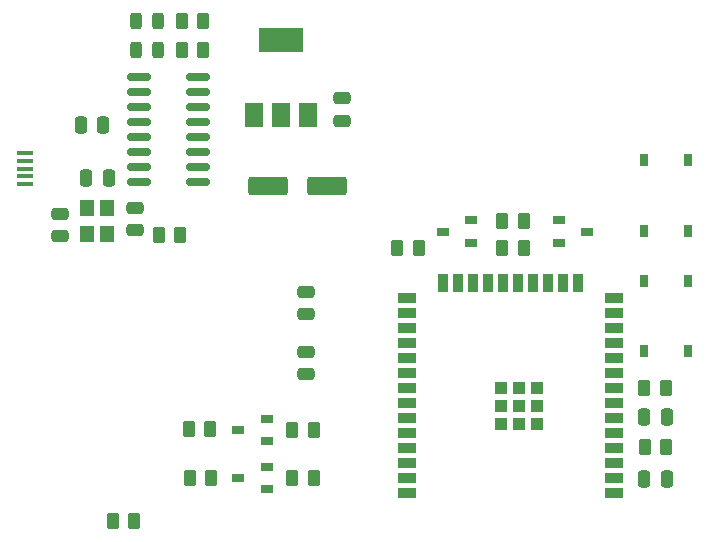
<source format=gtp>
G04 #@! TF.GenerationSoftware,KiCad,Pcbnew,(6.0.6-0)*
G04 #@! TF.CreationDate,2022-08-24T21:23:50+02:00*
G04 #@! TF.ProjectId,ithowifi_4l,6974686f-7769-4666-995f-346c2e6b6963,rev?*
G04 #@! TF.SameCoordinates,Original*
G04 #@! TF.FileFunction,Paste,Top*
G04 #@! TF.FilePolarity,Positive*
%FSLAX46Y46*%
G04 Gerber Fmt 4.6, Leading zero omitted, Abs format (unit mm)*
G04 Created by KiCad (PCBNEW (6.0.6-0)) date 2022-08-24 21:23:50*
%MOMM*%
%LPD*%
G01*
G04 APERTURE LIST*
G04 Aperture macros list*
%AMRoundRect*
0 Rectangle with rounded corners*
0 $1 Rounding radius*
0 $2 $3 $4 $5 $6 $7 $8 $9 X,Y pos of 4 corners*
0 Add a 4 corners polygon primitive as box body*
4,1,4,$2,$3,$4,$5,$6,$7,$8,$9,$2,$3,0*
0 Add four circle primitives for the rounded corners*
1,1,$1+$1,$2,$3*
1,1,$1+$1,$4,$5*
1,1,$1+$1,$6,$7*
1,1,$1+$1,$8,$9*
0 Add four rect primitives between the rounded corners*
20,1,$1+$1,$2,$3,$4,$5,0*
20,1,$1+$1,$4,$5,$6,$7,0*
20,1,$1+$1,$6,$7,$8,$9,0*
20,1,$1+$1,$8,$9,$2,$3,0*%
G04 Aperture macros list end*
%ADD10R,1.500000X0.900000*%
%ADD11R,0.900000X1.500000*%
%ADD12R,1.050000X1.050000*%
%ADD13RoundRect,0.250000X0.262500X0.450000X-0.262500X0.450000X-0.262500X-0.450000X0.262500X-0.450000X0*%
%ADD14RoundRect,0.250000X-0.475000X0.250000X-0.475000X-0.250000X0.475000X-0.250000X0.475000X0.250000X0*%
%ADD15RoundRect,0.250000X-0.262500X-0.450000X0.262500X-0.450000X0.262500X0.450000X-0.262500X0.450000X0*%
%ADD16R,1.350000X0.400000*%
%ADD17RoundRect,0.250000X0.250000X0.475000X-0.250000X0.475000X-0.250000X-0.475000X0.250000X-0.475000X0*%
%ADD18R,1.000000X0.700000*%
%ADD19R,1.500000X2.000000*%
%ADD20R,3.800000X2.000000*%
%ADD21RoundRect,0.250000X-1.412500X-0.550000X1.412500X-0.550000X1.412500X0.550000X-1.412500X0.550000X0*%
%ADD22RoundRect,0.250000X-0.250000X-0.475000X0.250000X-0.475000X0.250000X0.475000X-0.250000X0.475000X0*%
%ADD23R,0.750000X1.000000*%
%ADD24RoundRect,0.243750X-0.243750X-0.456250X0.243750X-0.456250X0.243750X0.456250X-0.243750X0.456250X0*%
%ADD25RoundRect,0.150000X-0.825000X-0.150000X0.825000X-0.150000X0.825000X0.150000X-0.825000X0.150000X0*%
%ADD26R,1.200000X1.400000*%
%ADD27RoundRect,0.250000X0.475000X-0.250000X0.475000X0.250000X-0.475000X0.250000X-0.475000X-0.250000X0*%
G04 APERTURE END LIST*
D10*
X106743200Y-148615406D03*
X106743200Y-147345406D03*
X106743200Y-146075406D03*
X106743200Y-144805406D03*
X106743200Y-143535406D03*
X106743200Y-142265406D03*
X106743200Y-140995406D03*
X106743200Y-139725406D03*
X106743200Y-138455406D03*
X106743200Y-137185406D03*
X106743200Y-135915406D03*
X106743200Y-134645406D03*
X106743200Y-133375406D03*
X106743200Y-132105406D03*
D11*
X103713200Y-130855406D03*
X102443200Y-130855406D03*
X101173200Y-130855406D03*
X99903200Y-130855406D03*
X98633200Y-130855406D03*
X97363200Y-130855406D03*
X96093200Y-130855406D03*
X94823200Y-130855406D03*
X93553200Y-130855406D03*
X92283200Y-130855406D03*
D10*
X89243200Y-132105406D03*
X89243200Y-133375406D03*
X89243200Y-134645406D03*
X89243200Y-135915406D03*
X89243200Y-137185406D03*
X89243200Y-138455406D03*
X89243200Y-139725406D03*
X89243200Y-140995406D03*
X89243200Y-142265406D03*
X89243200Y-143535406D03*
X89243200Y-144805406D03*
X89243200Y-146075406D03*
X89243200Y-147345406D03*
X89243200Y-148615406D03*
D12*
X98673200Y-141275406D03*
X97148200Y-139750406D03*
X100198200Y-141275406D03*
X100198200Y-139750406D03*
X97148200Y-142800406D03*
X100198200Y-142800406D03*
X98673200Y-139750406D03*
X97148200Y-141275406D03*
X98673200Y-142800406D03*
D13*
X111131500Y-139734000D03*
X109306500Y-139734000D03*
D14*
X80645000Y-131572000D03*
X80645000Y-133472000D03*
D15*
X109330000Y-144754600D03*
X111155000Y-144754600D03*
D13*
X90200000Y-127855000D03*
X88375000Y-127855000D03*
D16*
X56853200Y-119868000D03*
X56853200Y-120518000D03*
X56853200Y-121168000D03*
X56853200Y-121818000D03*
X56853200Y-122468000D03*
D17*
X111182000Y-147412500D03*
X109282000Y-147412500D03*
D18*
X77338202Y-144234092D03*
X77338202Y-142334092D03*
X74938202Y-143284092D03*
X77338200Y-148296600D03*
X77338200Y-146396600D03*
X74938200Y-147346600D03*
D15*
X79476200Y-147320000D03*
X81301200Y-147320000D03*
X79476200Y-143319500D03*
X81301200Y-143319500D03*
D13*
X72620700Y-147372000D03*
X70795700Y-147372000D03*
X70024000Y-126746000D03*
X68199000Y-126746000D03*
D19*
X76211400Y-116599500D03*
X78511400Y-116599500D03*
D20*
X78511400Y-110299500D03*
D19*
X80811400Y-116599500D03*
D13*
X66103300Y-150977600D03*
X64278300Y-150977600D03*
X72568200Y-143243500D03*
X70743200Y-143243500D03*
D14*
X80670400Y-136682400D03*
X80670400Y-138582400D03*
X83743800Y-115194000D03*
X83743800Y-117094000D03*
D13*
X99090000Y-127855000D03*
X97265000Y-127855000D03*
D18*
X94655000Y-127442000D03*
X94655000Y-125542000D03*
X92255000Y-126492000D03*
X102050000Y-125542000D03*
X102050000Y-127442000D03*
X104450000Y-126492000D03*
D21*
X77396300Y-122631200D03*
X82471300Y-122631200D03*
D15*
X97265000Y-125569000D03*
X99090000Y-125569000D03*
D22*
X109301200Y-142189200D03*
X111201200Y-142189200D03*
D23*
X109250000Y-130638011D03*
X109250000Y-136638011D03*
X113000000Y-136638011D03*
X113000000Y-130638011D03*
D17*
X63942000Y-121920000D03*
X62042000Y-121920000D03*
D14*
X66167000Y-124460000D03*
X66167000Y-126360000D03*
D17*
X63500000Y-117475000D03*
X61600000Y-117475000D03*
D24*
X66262000Y-108666000D03*
X68137000Y-108666000D03*
D13*
X71962000Y-111092000D03*
X70137000Y-111092000D03*
X71962000Y-108666000D03*
X70137000Y-108666000D03*
D25*
X66538400Y-113414600D03*
X66538400Y-114684600D03*
X66538400Y-115954600D03*
X66538400Y-117224600D03*
X66538400Y-118494600D03*
X66538400Y-119764600D03*
X66538400Y-121034600D03*
X66538400Y-122304600D03*
X71488400Y-122304600D03*
X71488400Y-121034600D03*
X71488400Y-119764600D03*
X71488400Y-118494600D03*
X71488400Y-117224600D03*
X71488400Y-115954600D03*
X71488400Y-114684600D03*
X71488400Y-113414600D03*
D26*
X62142000Y-124503000D03*
X62142000Y-126703000D03*
X63842000Y-126703000D03*
X63842000Y-124503000D03*
D24*
X66262000Y-111092000D03*
X68137000Y-111092000D03*
D27*
X59817000Y-126868000D03*
X59817000Y-124968000D03*
D23*
X112991593Y-126444000D03*
X112991593Y-120444000D03*
X109241593Y-126444000D03*
X109241593Y-120444000D03*
M02*

</source>
